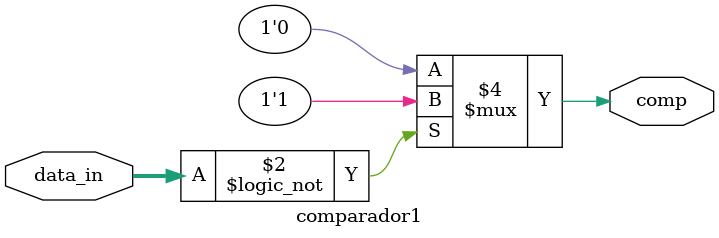
<source format=v>
`timescale 1ns / 1ps


module comparador1(
    input [9:0] data_in,
    output reg comp
    );
    always @(data_in)
        if (data_in == 0)
            comp = 1;
        else
            comp = 0;
endmodule

</source>
